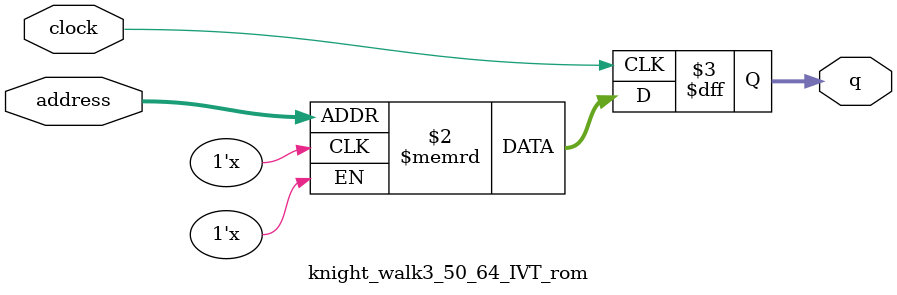
<source format=sv>
module knight_walk3_50_64_IVT_rom (
	input logic clock,
	input logic [11:0] address,
	output logic [2:0] q
);

logic [2:0] memory [0:3199] /* synthesis ram_init_file = "./knight_walk3_50_64_IVT/knight_walk3_50_64_IVT.mif" */;

always_ff @ (posedge clock) begin
	q <= memory[address];
end

endmodule

</source>
